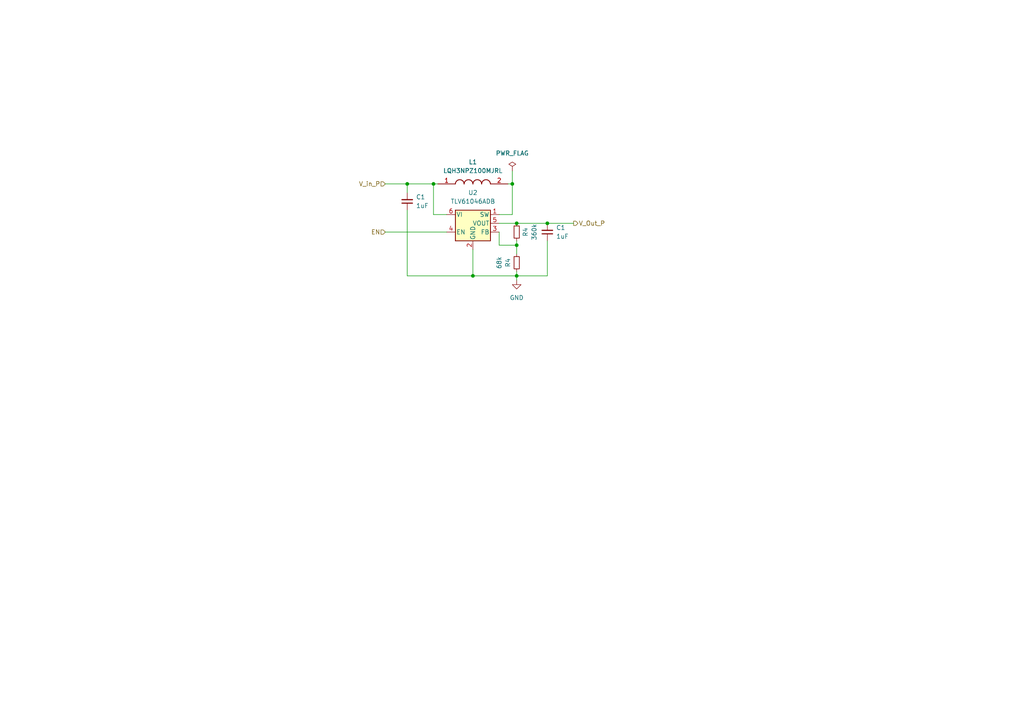
<source format=kicad_sch>
(kicad_sch (version 20230121) (generator eeschema)
  (paper "A4")
  (lib_symbols
    (symbol "Device:C_Small" (pin_numbers hide) (pin_names (offset 0.254) hide)
      (property "Reference" "C" (at 0.254 1.778 0))
      (property "Value" "C_Small" (at 0.254 -2.032 0))
      (symbol "C_Small_0_1"
        (polyline (pts (xy -1.524 -0.508) (xy 1.524 -0.508)) (stroke (width 0.3302)))
        (polyline (pts (xy -1.524 0.508) (xy 1.524 0.508)) (stroke (width 0.3048)))
      )
      (symbol "C_Small_1_1"
        (pin passive line (at 0 2.54 270) (length 2.032) (name "~") (number "1"))
        (pin passive line (at 0 -2.54 90) (length 2.032) (name "~") (number "2"))
      )
    )
    (symbol "Device:R_Small" (pin_numbers hide) (pin_names (offset 0.254) hide)
      (property "Reference" "R" (at 0.762 0.508 0))
      (property "Value" "R_Small" (at 0.762 -1.016 0))
      (symbol "R_Small_0_1"
        (rectangle (start -0.762 1.778) (end 0.762 -1.778) (stroke (width 0.2032)))
      )
      (symbol "R_Small_1_1"
        (pin passive line (at 0 2.54 270) (length 0.762) (name "~") (number "1"))
        (pin passive line (at 0 -2.54 90) (length 0.762) (name "~") (number "2"))
      )
    )
    (symbol "INDUCTOR_TLV:LQH3NPZ100MJRL" (pin_names hide)
      (property "Reference" "L" (at 16.51 6.35 0))
      (property "Value" "LQH3NPZ100MJRL" (at 16.51 3.81 0))
      (symbol "LQH3NPZ100MJRL_1_1"
        (arc (start 7.62 0) (mid 6.35 1.219) (end 5.08 0) (stroke (width 0.254)))
        (arc (start 10.16 0) (mid 8.89 1.219) (end 7.62 0) (stroke (width 0.254)))
        (arc (start 12.7 0) (mid 11.43 1.219) (end 10.16 0) (stroke (width 0.254)))
        (arc (start 15.24 0) (mid 13.97 1.219) (end 12.7 0) (stroke (width 0.254)))
        (pin passive line (at 0 0 0) (length 5.08) (name "1") (number "1"))
        (pin passive line (at 20.32 0 180) (length 5.08) (name "2") (number "2"))
      )
    )
    (symbol "Regulator_Switching:TLV61046ADB" (pin_names (offset 0.254))
      (property "Reference" "U" (at -5.08 7.62 0))
      (property "Value" "TLV61046ADB" (at 0 7.62 0))
      (symbol "TLV61046ADB_0_1"
        (rectangle (start -5.08 6.35) (end 5.08 -2.54) (stroke (width 0.254)) (fill (type background)))
      )
      (symbol "TLV61046ADB_1_1"
        (pin power_in line (at 7.62 5.08 180) (length 2.54) (name "SW") (number "1"))
        (pin power_in line (at 0 -5.08 90) (length 2.54) (name "GND") (number "2"))
        (pin input line (at 7.62 0 180) (length 2.54) (name "FB") (number "3"))
        (pin input line (at -7.62 0 0) (length 2.54) (name "EN") (number "4"))
        (pin power_out line (at 7.62 2.54 180) (length 2.54) (name "VOUT") (number "5"))
        (pin power_in line (at -7.62 5.08 0) (length 2.54) (name "VI") (number "6"))
      )
    )
    (symbol "power:GND" (power) (pin_names (offset 0))
      (property "Value" "GND" (at 0 -3.81 0))
      (symbol "GND_0_1"
        (polyline (pts (xy 0 0) (xy 0 -1.27) (xy 1.27 -1.27) (xy 0 -2.54) (xy -1.27 -1.27) (xy 0 -1.27)))
      )
      (symbol "GND_1_1"
        (pin power_in line (at 0 0 270) (length 0) hide (name "GND") (number "1"))
      )
    )
    (symbol "power:PWR_FLAG" (power) (pin_numbers hide) (pin_names (offset 0) hide)
      (property "Value" "PWR_FLAG" (at 0 3.81 0))
      (symbol "PWR_FLAG_0_0"
        (pin power_out line (at 0 0 90) (length 0) (name "pwr") (number "1"))
      )
      (symbol "PWR_FLAG_0_1"
        (polyline (pts (xy 0 0) (xy 0 1.27) (xy -1.016 1.905) (xy 0 2.54) (xy 1.016 1.905) (xy 0 1.27)))
      )
    )
  )
  (junction (at 137.16 80.01))
  (junction (at 118.11 53.34))
  (junction (at 149.86 71.12))
  (junction (at 149.86 80.01))
  (junction (at 149.86 64.77))
  (junction (at 125.73 53.34))
  (junction (at 158.75 64.77))
  (junction (at 148.59 53.34))
  (wire (pts (xy 111.76 67.31) (xy 129.54 67.31)))
  (wire (pts (xy 144.78 67.31) (xy 144.78 71.12)))
  (wire (pts (xy 137.16 72.39) (xy 137.16 80.01)))
  (wire (pts (xy 118.11 80.01) (xy 137.16 80.01)))
  (wire (pts (xy 148.59 53.34) (xy 147.32 53.34)))
  (wire (pts (xy 158.75 64.77) (xy 166.37 64.77)))
  (wire (pts (xy 149.86 64.77) (xy 158.75 64.77)))
  (wire (pts (xy 148.59 49.53) (xy 148.59 53.34)))
  (wire (pts (xy 118.11 53.34) (xy 118.11 55.88)))
  (wire (pts (xy 111.76 53.34) (xy 118.11 53.34)))
  (wire (pts (xy 125.73 62.23) (xy 129.54 62.23)))
  (wire (pts (xy 149.86 71.12) (xy 149.86 73.66)))
  (wire (pts (xy 149.86 78.74) (xy 149.86 80.01)))
  (wire (pts (xy 149.86 80.01) (xy 158.75 80.01)))
  (wire (pts (xy 144.78 62.23) (xy 148.59 62.23)))
  (wire (pts (xy 149.86 80.01) (xy 149.86 81.28)))
  (wire (pts (xy 118.11 53.34) (xy 125.73 53.34)))
  (wire (pts (xy 144.78 64.77) (xy 149.86 64.77)))
  (wire (pts (xy 118.11 60.96) (xy 118.11 80.01)))
  (wire (pts (xy 137.16 80.01) (xy 149.86 80.01)))
  (wire (pts (xy 125.73 53.34) (xy 125.73 62.23)))
  (wire (pts (xy 144.78 71.12) (xy 149.86 71.12)))
  (wire (pts (xy 149.86 71.12) (xy 149.86 69.85)))
  (wire (pts (xy 158.75 80.01) (xy 158.75 69.85)))
  (wire (pts (xy 127 53.34) (xy 125.73 53.34)))
  (wire (pts (xy 148.59 62.23) (xy 148.59 53.34)))
  (hierarchical_label "V_in_P" (shape input) (at 111.76 53.34 180))
  (hierarchical_label "V_Out_P" (shape output) (at 166.37 64.77 0))
  (hierarchical_label "EN" (shape input) (at 111.76 67.31 180))
  (symbol (lib_id "Device:C_Small") (at 118.11 58.42 180) (unit 1)
    (property "Reference" "C1" (at 120.65 57.1436 0) (effects (justify right)))
    (property "Value" "1uF" (at 120.65 59.6836 0) (effects (justify right)))
    (property "Footprint" "Capacitor_SMD:C_0603_1608Metric_Pad1.08x0.95mm_HandSolder" (effects hide))
    (instances (project "Suspension_telemetry" (path "" (reference "C1") (unit 1)) (path "" (reference "C2") (unit 1))))
  )
  (symbol (lib_id "INDUCTOR_TLV:LQH3NPZ100MJRL") (at 127 53.34 0) (unit 1)
    (property "Reference" "L1" (at 137.16 46.99 0))
    (property "Value" "LQH3NPZ100MJRL" (at 137.16 49.53 0))
    (property "Footprint" "LQH3NPN100MJRL:LQH3NPN100MJRL" (effects hide))
    (property "Datasheet" "https://psearch.en.murata.com/inductor/product/LQH3NPZ100MJR%23.html" (effects hide))
    (property "Height" "1.2" (effects hide))
    (property "Manufacturer_Name" "Murata Electronics" (effects hide))
    (property "Manufacturer_Part_Number" "LQH3NPZ100MJRL" (effects hide))
  )
  (symbol (lib_id "power:GND") (at 149.86 81.28 0) (unit 1)
    (property "Reference" "#PWR04" (effects hide))
    (property "Value" "GND" (at 149.86 86.36 0))
    (instances (project "Suspension_telemetry" (path "" (reference "#PWR04") (unit 1)) (path "" (reference "#PWR018") (unit 1))))
  )
  (symbol (lib_id "Regulator_Switching:TLV61046ADB") (at 137.16 67.31 0) (unit 1)
    (property "Reference" "U2" (at 137.16 55.88 0))
    (property "Value" "TLV61046ADB" (at 137.16 58.42 0))
    (property "Footprint" "Package_TO_SOT_SMD:SOT-23-6" (effects hide))
    (property "Datasheet" "http://www.ti.com/lit/ds/symlink/tlv61046a.pdf" (effects hide))
  )
  (symbol (lib_id "power:PWR_FLAG") (at 148.59 49.53 0) (unit 1)
    (property "Reference" "#FLG01" (effects hide))
    (property "Value" "PWR_FLAG" (at 148.59 44.45 0))
    (instances (project "Suspension_telemetry" (path "" (reference "#FLG01") (unit 1)) (path "" (reference "#FLG01") (unit 1)) (path "" (reference "#FLG06") (unit 1))))
  )
  (symbol (lib_id "Device:R_Small") (at 149.86 67.31 0) (mirror y) (unit 1)
    (property "Reference" "R4" (at 152.4 67.31 90))
    (property "Value" "360k" (at 154.94 67.31 90))
    (property "Footprint" "Resistor_SMD:R_0603_1608Metric_Pad0.98x0.95mm_HandSolder" (effects hide))
    (instances (project "Suspension_telemetry" (path "" (reference "R4") (unit 1)) (path "" (reference "R2") (unit 1))))
  )
  (symbol (lib_id "Device:C_Small") (at 158.75 67.31 180) (unit 1)
    (property "Reference" "C1" (at 161.29 66.0336 0) (effects (justify right)))
    (property "Value" "1uF" (at 161.29 68.5736 0) (effects (justify right)))
    (property "Footprint" "Capacitor_SMD:C_0603_1608Metric_Pad1.08x0.95mm_HandSolder" (effects hide))
    (instances (project "Suspension_telemetry" (path "" (reference "C1") (unit 1)) (path "" (reference "C3") (unit 1))))
  )
  (symbol (lib_id "Device:R_Small") (at 149.86 76.2 0) (mirror x) (unit 1)
    (property "Reference" "R4" (at 147.32 76.2 90))
    (property "Value" "68k" (at 144.78 76.2 90))
    (property "Footprint" "Resistor_SMD:R_0603_1608Metric_Pad0.98x0.95mm_HandSolder" (effects hide))
    (instances (project "Suspension_telemetry" (path "" (reference "R4") (unit 1)) (path "" (reference "R3") (unit 1))))
  )
)
</source>
